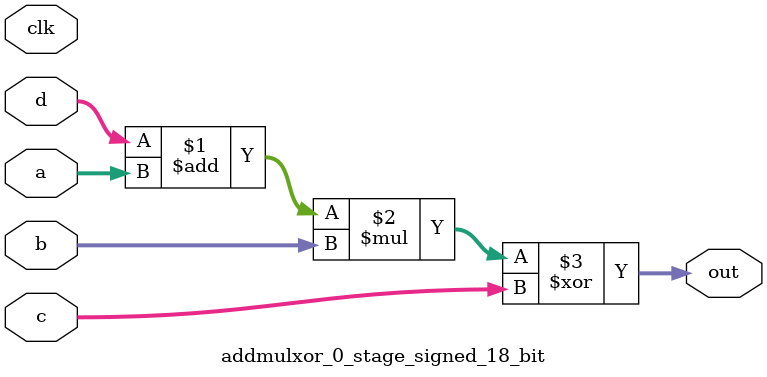
<source format=sv>
(* use_dsp = "yes" *) module addmulxor_0_stage_signed_18_bit(
	input signed [17:0] a,
	input signed [17:0] b,
	input signed [17:0] c,
	input signed [17:0] d,
	output [17:0] out,
	input clk);

	assign out = ((d + a) * b) ^ c;
endmodule

</source>
